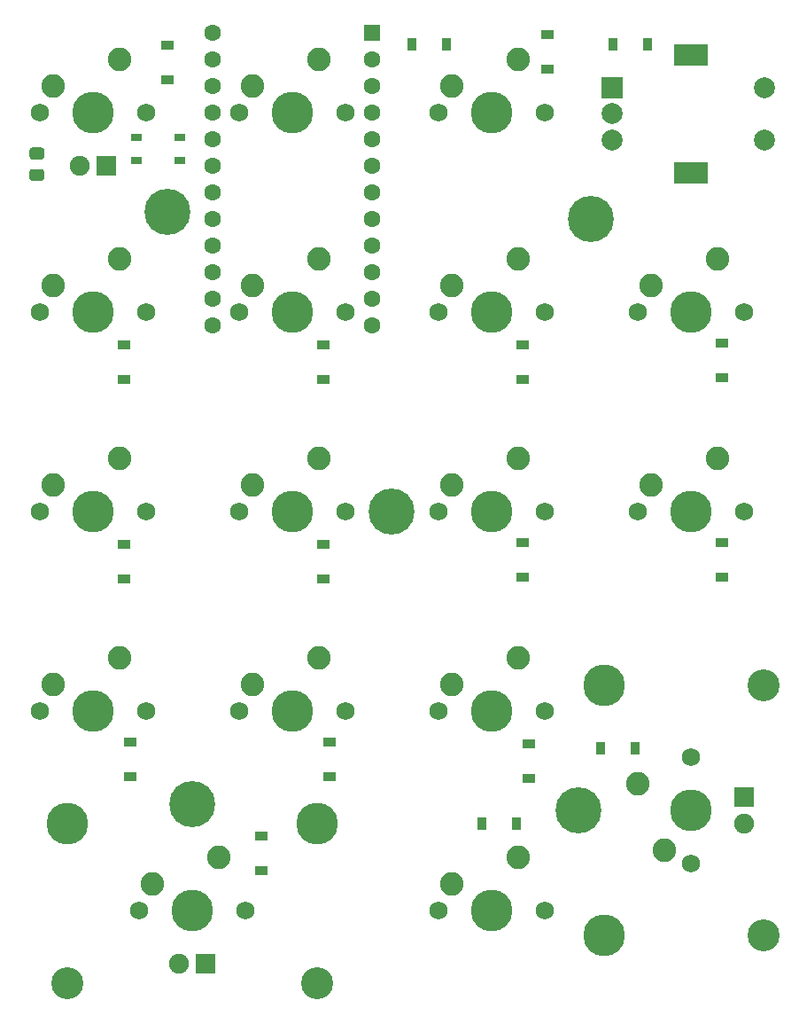
<source format=gbr>
%TF.GenerationSoftware,KiCad,Pcbnew,(5.1.7)-1*%
%TF.CreationDate,2020-12-03T19:41:16-08:00*%
%TF.ProjectId,macropad3,6d616372-6f70-4616-9433-2e6b69636164,rev?*%
%TF.SameCoordinates,Original*%
%TF.FileFunction,Soldermask,Bot*%
%TF.FilePolarity,Negative*%
%FSLAX46Y46*%
G04 Gerber Fmt 4.6, Leading zero omitted, Abs format (unit mm)*
G04 Created by KiCad (PCBNEW (5.1.7)-1) date 2020-12-03 19:41:16*
%MOMM*%
%LPD*%
G01*
G04 APERTURE LIST*
%ADD10R,1.200000X0.900000*%
%ADD11C,3.987800*%
%ADD12C,3.048000*%
%ADD13C,1.750000*%
%ADD14R,1.905000X1.905000*%
%ADD15C,1.905000*%
%ADD16C,2.250000*%
%ADD17C,1.600000*%
%ADD18R,1.600000X1.600000*%
%ADD19R,0.900000X1.200000*%
%ADD20R,1.050000X0.650000*%
%ADD21R,2.000000X2.000000*%
%ADD22C,2.000000*%
%ADD23R,3.200000X2.000000*%
%ADD24C,4.400000*%
G04 APERTURE END LIST*
D10*
%TO.C,D2*%
X104631081Y-81837853D03*
X104631081Y-85137853D03*
%TD*%
D11*
%TO.C,K-ENT1*%
X150549508Y-114412405D03*
X150549508Y-138288405D03*
D12*
X165789508Y-114412405D03*
X165789508Y-138288405D03*
D13*
X158804508Y-121270405D03*
X158804508Y-131430405D03*
D14*
X163884508Y-125080405D03*
D15*
X163884508Y-127620405D03*
D16*
X156264508Y-130160405D03*
D11*
X158804508Y-126350405D03*
D16*
X153724508Y-123810405D03*
%TD*%
D11*
%TO.C,K-0*%
X123117508Y-127620405D03*
X99241508Y-127620405D03*
D12*
X123117508Y-142860405D03*
X99241508Y-142860405D03*
D13*
X116259508Y-135875405D03*
X106099508Y-135875405D03*
D14*
X112449508Y-140955405D03*
D15*
X109909508Y-140955405D03*
D16*
X107369508Y-133335405D03*
D11*
X111179508Y-135875405D03*
D16*
X113719508Y-130795405D03*
%TD*%
D17*
%TO.C,U1*%
X113084532Y-52055405D03*
X113084532Y-54595405D03*
X113084532Y-57135405D03*
X113084532Y-59675405D03*
X113084532Y-62215405D03*
X113084532Y-64755405D03*
X113084532Y-67295405D03*
X113084532Y-69835405D03*
X113084532Y-72375405D03*
X113084532Y-74915405D03*
X113084532Y-77455405D03*
X113084532Y-79995405D03*
X128324532Y-79995405D03*
X128324532Y-77455405D03*
X128324532Y-74915405D03*
X128324532Y-72375405D03*
X128324532Y-69835405D03*
X128324532Y-67295405D03*
X128324532Y-64755405D03*
X128324532Y-62215405D03*
X128324532Y-59675405D03*
X128324532Y-57135405D03*
X128324532Y-54595405D03*
D18*
X128324532Y-52055405D03*
%TD*%
D19*
%TO.C,D6*%
X132151418Y-53126890D03*
X135451418Y-53126890D03*
%TD*%
D20*
%TO.C,SW2*%
X109988898Y-62056585D03*
X105838898Y-62056585D03*
X109988898Y-64206585D03*
X105838898Y-64206585D03*
%TD*%
D21*
%TO.C,SW1*%
X151304508Y-57294155D03*
D22*
X151304508Y-59794155D03*
X151304508Y-62294155D03*
D23*
X158804508Y-54194155D03*
X158804508Y-65394155D03*
D22*
X165804508Y-57294155D03*
X165804508Y-62294155D03*
%TD*%
%TO.C,R1*%
G36*
G01*
X95846698Y-65053463D02*
X96746700Y-65053463D01*
G75*
G02*
X96996699Y-65303462I0J-249999D01*
G01*
X96996699Y-65953464D01*
G75*
G02*
X96746700Y-66203463I-249999J0D01*
G01*
X95846698Y-66203463D01*
G75*
G02*
X95596699Y-65953464I0J249999D01*
G01*
X95596699Y-65303462D01*
G75*
G02*
X95846698Y-65053463I249999J0D01*
G01*
G37*
G36*
G01*
X95846698Y-63003463D02*
X96746700Y-63003463D01*
G75*
G02*
X96996699Y-63253462I0J-249999D01*
G01*
X96996699Y-63903464D01*
G75*
G02*
X96746700Y-64153463I-249999J0D01*
G01*
X95846698Y-64153463D01*
G75*
G02*
X95596699Y-63903464I0J249999D01*
G01*
X95596699Y-63253462D01*
G75*
G02*
X95846698Y-63003463I249999J0D01*
G01*
G37*
%TD*%
D16*
%TO.C,K-STAR1*%
X142294508Y-54595405D03*
D11*
X139754508Y-59675405D03*
D16*
X135944508Y-57135405D03*
D13*
X134674508Y-59675405D03*
X144834508Y-59675405D03*
%TD*%
D16*
%TO.C,K-PLUS1*%
X161344508Y-92695405D03*
D11*
X158804508Y-97775405D03*
D16*
X154994508Y-95235405D03*
D13*
X153724508Y-97775405D03*
X163884508Y-97775405D03*
%TD*%
%TO.C,K-NUM1*%
X106734508Y-59675405D03*
X96574508Y-59675405D03*
D14*
X102924508Y-64755405D03*
D15*
X100384508Y-64755405D03*
D16*
X97844508Y-57135405D03*
D11*
X101654508Y-59675405D03*
D16*
X104194508Y-54595405D03*
%TD*%
%TO.C,K-MIN1*%
X161344508Y-73645405D03*
D11*
X158804508Y-78725405D03*
D16*
X154994508Y-76185405D03*
D13*
X153724508Y-78725405D03*
X163884508Y-78725405D03*
%TD*%
D16*
%TO.C,K-DEL1*%
X142294508Y-130795405D03*
D11*
X139754508Y-135875405D03*
D16*
X135944508Y-133335405D03*
D13*
X134674508Y-135875405D03*
X144834508Y-135875405D03*
%TD*%
D16*
%TO.C,K-/1*%
X123244508Y-54595405D03*
D11*
X120704508Y-59675405D03*
D16*
X116894508Y-57135405D03*
D13*
X115624508Y-59675405D03*
X125784508Y-59675405D03*
%TD*%
D16*
%TO.C,K-9*%
X142294508Y-73645405D03*
D11*
X139754508Y-78725405D03*
D16*
X135944508Y-76185405D03*
D13*
X134674508Y-78725405D03*
X144834508Y-78725405D03*
%TD*%
D16*
%TO.C,K-8*%
X123244508Y-73645405D03*
D11*
X120704508Y-78725405D03*
D16*
X116894508Y-76185405D03*
D13*
X115624508Y-78725405D03*
X125784508Y-78725405D03*
%TD*%
D16*
%TO.C,K-7*%
X104194508Y-73645405D03*
D11*
X101654508Y-78725405D03*
D16*
X97844508Y-76185405D03*
D13*
X96574508Y-78725405D03*
X106734508Y-78725405D03*
%TD*%
D16*
%TO.C,K-6*%
X142294508Y-92695405D03*
D11*
X139754508Y-97775405D03*
D16*
X135944508Y-95235405D03*
D13*
X134674508Y-97775405D03*
X144834508Y-97775405D03*
%TD*%
D16*
%TO.C,K-5*%
X123244508Y-92695405D03*
D11*
X120704508Y-97775405D03*
D16*
X116894508Y-95235405D03*
D13*
X115624508Y-97775405D03*
X125784508Y-97775405D03*
%TD*%
D16*
%TO.C,K-4*%
X104194508Y-92695405D03*
D11*
X101654508Y-97775405D03*
D16*
X97844508Y-95235405D03*
D13*
X96574508Y-97775405D03*
X106734508Y-97775405D03*
%TD*%
D16*
%TO.C,K-1*%
X104194516Y-111745381D03*
D11*
X101654516Y-116825381D03*
D16*
X97844516Y-114285381D03*
D13*
X96574516Y-116825381D03*
X106734516Y-116825381D03*
%TD*%
D16*
%TO.C,K-2*%
X123244508Y-111745405D03*
D11*
X120704508Y-116825405D03*
D16*
X116894508Y-114285405D03*
D13*
X115624508Y-116825405D03*
X125784508Y-116825405D03*
%TD*%
D16*
%TO.C,K-3*%
X142294548Y-111745381D03*
D11*
X139754548Y-116825381D03*
D16*
X135944548Y-114285381D03*
D13*
X134674548Y-116825381D03*
X144834548Y-116825381D03*
%TD*%
D24*
%TO.C,H5*%
X108798272Y-69200341D03*
%TD*%
%TO.C,H4*%
X148088930Y-126350389D03*
%TD*%
%TO.C,H3*%
X130229540Y-97775365D03*
%TD*%
%TO.C,H2*%
X149279556Y-69826199D03*
%TD*%
%TO.C,H1*%
X111179524Y-125755076D03*
%TD*%
D19*
%TO.C,D18*%
X153446747Y-120397259D03*
X150146747Y-120397259D03*
%TD*%
D10*
%TO.C,D17*%
X161781129Y-100751930D03*
X161781129Y-104051930D03*
%TD*%
%TO.C,D16*%
X161781129Y-81701914D03*
X161781129Y-85001914D03*
%TD*%
D19*
%TO.C,D15*%
X154637373Y-53126890D03*
X151337373Y-53126890D03*
%TD*%
%TO.C,D14*%
X142135800Y-127541015D03*
X138835800Y-127541015D03*
%TD*%
D10*
%TO.C,D13*%
X143326426Y-119937885D03*
X143326426Y-123237885D03*
%TD*%
%TO.C,D12*%
X142731113Y-100751930D03*
X142731113Y-104051930D03*
%TD*%
%TO.C,D11*%
X142731113Y-81837853D03*
X142731113Y-85137853D03*
%TD*%
%TO.C,D10*%
X145112365Y-55508142D03*
X145112365Y-52208142D03*
%TD*%
%TO.C,D9*%
X124276410Y-119801946D03*
X124276410Y-123101946D03*
%TD*%
%TO.C,D8*%
X123681097Y-100887869D03*
X123681097Y-104187869D03*
%TD*%
%TO.C,D7*%
X123681097Y-81837853D03*
X123681097Y-85137853D03*
%TD*%
%TO.C,D5*%
X117727967Y-132031641D03*
X117727967Y-128731641D03*
%TD*%
%TO.C,D4*%
X105226394Y-119801946D03*
X105226394Y-123101946D03*
%TD*%
%TO.C,D3*%
X104631081Y-100887869D03*
X104631081Y-104187869D03*
%TD*%
%TO.C,D1*%
X108798272Y-53262829D03*
X108798272Y-56562829D03*
%TD*%
M02*

</source>
